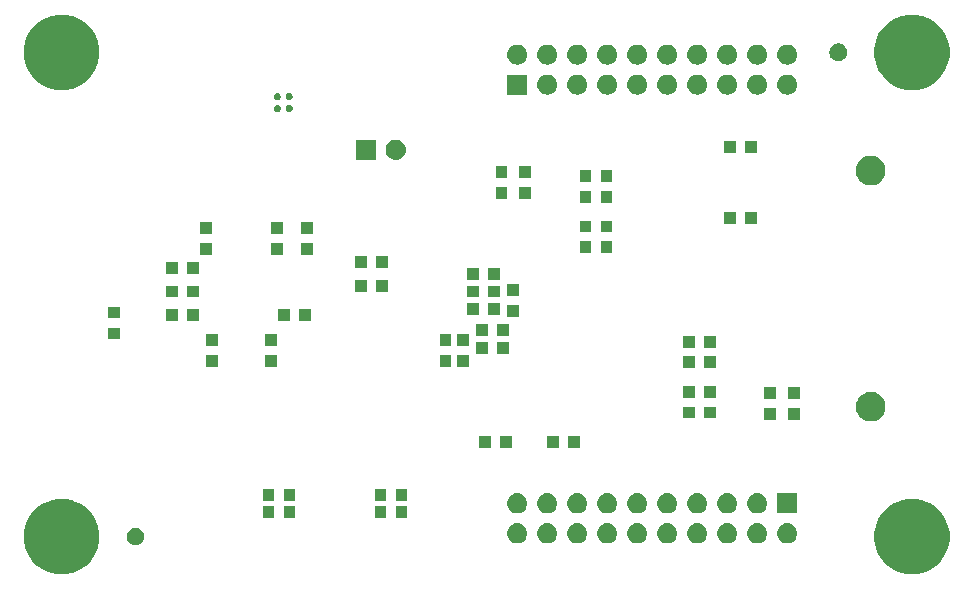
<source format=gbs>
G04 #@! TF.GenerationSoftware,KiCad,Pcbnew,5.0.0-rc3-6a2723a~65~ubuntu18.04.1*
G04 #@! TF.CreationDate,2018-07-21T07:19:33+00:00*
G04 #@! TF.ProjectId,glasgow,676C6173676F772E6B696361645F7063,rev?*
G04 #@! TF.SameCoordinates,Original*
G04 #@! TF.FileFunction,Soldermask,Bot*
G04 #@! TF.FilePolarity,Negative*
%FSLAX46Y46*%
G04 Gerber Fmt 4.6, Leading zero omitted, Abs format (unit mm)*
G04 Created by KiCad (PCBNEW 5.0.0-rc3-6a2723a~65~ubuntu18.04.1) date Sat Jul 21 07:19:33 2018*
%MOMM*%
%LPD*%
G01*
G04 APERTURE LIST*
%ADD10C,0.100000*%
G04 APERTURE END LIST*
D10*
G36*
X126933402Y-112922974D02*
X126933404Y-112922975D01*
X126933405Y-112922975D01*
X126998649Y-112950000D01*
X127515770Y-113164198D01*
X128039880Y-113514397D01*
X128485603Y-113960120D01*
X128835802Y-114484230D01*
X129077026Y-115066598D01*
X129200000Y-115684825D01*
X129200000Y-116315175D01*
X129077026Y-116933402D01*
X128835802Y-117515770D01*
X128485603Y-118039880D01*
X128039880Y-118485603D01*
X127515770Y-118835802D01*
X127515769Y-118835803D01*
X127515768Y-118835803D01*
X126933405Y-119077025D01*
X126933404Y-119077025D01*
X126933402Y-119077026D01*
X126315175Y-119200000D01*
X125684825Y-119200000D01*
X125066598Y-119077026D01*
X125066596Y-119077025D01*
X125066595Y-119077025D01*
X124484232Y-118835803D01*
X124484231Y-118835803D01*
X124484230Y-118835802D01*
X123960120Y-118485603D01*
X123514397Y-118039880D01*
X123164198Y-117515770D01*
X122922974Y-116933402D01*
X122800000Y-116315175D01*
X122800000Y-115684825D01*
X122922974Y-115066598D01*
X123164198Y-114484230D01*
X123514397Y-113960120D01*
X123960120Y-113514397D01*
X124484230Y-113164198D01*
X125001351Y-112950000D01*
X125066595Y-112922975D01*
X125066596Y-112922975D01*
X125066598Y-112922974D01*
X125684825Y-112800000D01*
X126315175Y-112800000D01*
X126933402Y-112922974D01*
X126933402Y-112922974D01*
G37*
G36*
X54933402Y-112922974D02*
X54933404Y-112922975D01*
X54933405Y-112922975D01*
X54998649Y-112950000D01*
X55515770Y-113164198D01*
X56039880Y-113514397D01*
X56485603Y-113960120D01*
X56835802Y-114484230D01*
X57077026Y-115066598D01*
X57200000Y-115684825D01*
X57200000Y-116315175D01*
X57077026Y-116933402D01*
X56835802Y-117515770D01*
X56485603Y-118039880D01*
X56039880Y-118485603D01*
X55515770Y-118835802D01*
X55515769Y-118835803D01*
X55515768Y-118835803D01*
X54933405Y-119077025D01*
X54933404Y-119077025D01*
X54933402Y-119077026D01*
X54315175Y-119200000D01*
X53684825Y-119200000D01*
X53066598Y-119077026D01*
X53066596Y-119077025D01*
X53066595Y-119077025D01*
X52484232Y-118835803D01*
X52484231Y-118835803D01*
X52484230Y-118835802D01*
X51960120Y-118485603D01*
X51514397Y-118039880D01*
X51164198Y-117515770D01*
X50922974Y-116933402D01*
X50800000Y-116315175D01*
X50800000Y-115684825D01*
X50922974Y-115066598D01*
X51164198Y-114484230D01*
X51514397Y-113960120D01*
X51960120Y-113514397D01*
X52484230Y-113164198D01*
X53001351Y-112950000D01*
X53066595Y-112922975D01*
X53066596Y-112922975D01*
X53066598Y-112922974D01*
X53684825Y-112800000D01*
X54315175Y-112800000D01*
X54933402Y-112922974D01*
X54933402Y-112922974D01*
G37*
G36*
X60468763Y-115278821D02*
X60468764Y-115278821D01*
X60468767Y-115278822D01*
X60605258Y-115335359D01*
X60605260Y-115335360D01*
X60728096Y-115417436D01*
X60832563Y-115521903D01*
X60914641Y-115644742D01*
X60971178Y-115781233D01*
X61000000Y-115926131D01*
X61000000Y-116073869D01*
X60971178Y-116218767D01*
X60931245Y-116315172D01*
X60914640Y-116355260D01*
X60832564Y-116478096D01*
X60728096Y-116582564D01*
X60605260Y-116664640D01*
X60605259Y-116664641D01*
X60605258Y-116664641D01*
X60468767Y-116721178D01*
X60468764Y-116721179D01*
X60468763Y-116721179D01*
X60323871Y-116750000D01*
X60176129Y-116750000D01*
X60031237Y-116721179D01*
X60031236Y-116721179D01*
X60031233Y-116721178D01*
X59894742Y-116664641D01*
X59894741Y-116664641D01*
X59894740Y-116664640D01*
X59771904Y-116582564D01*
X59667436Y-116478096D01*
X59585360Y-116355260D01*
X59568755Y-116315172D01*
X59528822Y-116218767D01*
X59500000Y-116073869D01*
X59500000Y-115926131D01*
X59528822Y-115781233D01*
X59585359Y-115644742D01*
X59667437Y-115521903D01*
X59771904Y-115417436D01*
X59894740Y-115335360D01*
X59894742Y-115335359D01*
X60031233Y-115278822D01*
X60031236Y-115278821D01*
X60031237Y-115278821D01*
X60176129Y-115250000D01*
X60323871Y-115250000D01*
X60468763Y-115278821D01*
X60468763Y-115278821D01*
G37*
G36*
X113056629Y-114892299D02*
X113216855Y-114940903D01*
X113364519Y-115019830D01*
X113493948Y-115126052D01*
X113600170Y-115255481D01*
X113679097Y-115403145D01*
X113727701Y-115563371D01*
X113744113Y-115730000D01*
X113727701Y-115896629D01*
X113679097Y-116056855D01*
X113600170Y-116204519D01*
X113493948Y-116333948D01*
X113364519Y-116440170D01*
X113216855Y-116519097D01*
X113056629Y-116567701D01*
X112931756Y-116580000D01*
X112848244Y-116580000D01*
X112723371Y-116567701D01*
X112563145Y-116519097D01*
X112415481Y-116440170D01*
X112286052Y-116333948D01*
X112179830Y-116204519D01*
X112100903Y-116056855D01*
X112052299Y-115896629D01*
X112035887Y-115730000D01*
X112052299Y-115563371D01*
X112100903Y-115403145D01*
X112179830Y-115255481D01*
X112286052Y-115126052D01*
X112415481Y-115019830D01*
X112563145Y-114940903D01*
X112723371Y-114892299D01*
X112848244Y-114880000D01*
X112931756Y-114880000D01*
X113056629Y-114892299D01*
X113056629Y-114892299D01*
G37*
G36*
X115596629Y-114892299D02*
X115756855Y-114940903D01*
X115904519Y-115019830D01*
X116033948Y-115126052D01*
X116140170Y-115255481D01*
X116219097Y-115403145D01*
X116267701Y-115563371D01*
X116284113Y-115730000D01*
X116267701Y-115896629D01*
X116219097Y-116056855D01*
X116140170Y-116204519D01*
X116033948Y-116333948D01*
X115904519Y-116440170D01*
X115756855Y-116519097D01*
X115596629Y-116567701D01*
X115471756Y-116580000D01*
X115388244Y-116580000D01*
X115263371Y-116567701D01*
X115103145Y-116519097D01*
X114955481Y-116440170D01*
X114826052Y-116333948D01*
X114719830Y-116204519D01*
X114640903Y-116056855D01*
X114592299Y-115896629D01*
X114575887Y-115730000D01*
X114592299Y-115563371D01*
X114640903Y-115403145D01*
X114719830Y-115255481D01*
X114826052Y-115126052D01*
X114955481Y-115019830D01*
X115103145Y-114940903D01*
X115263371Y-114892299D01*
X115388244Y-114880000D01*
X115471756Y-114880000D01*
X115596629Y-114892299D01*
X115596629Y-114892299D01*
G37*
G36*
X110516629Y-114892299D02*
X110676855Y-114940903D01*
X110824519Y-115019830D01*
X110953948Y-115126052D01*
X111060170Y-115255481D01*
X111139097Y-115403145D01*
X111187701Y-115563371D01*
X111204113Y-115730000D01*
X111187701Y-115896629D01*
X111139097Y-116056855D01*
X111060170Y-116204519D01*
X110953948Y-116333948D01*
X110824519Y-116440170D01*
X110676855Y-116519097D01*
X110516629Y-116567701D01*
X110391756Y-116580000D01*
X110308244Y-116580000D01*
X110183371Y-116567701D01*
X110023145Y-116519097D01*
X109875481Y-116440170D01*
X109746052Y-116333948D01*
X109639830Y-116204519D01*
X109560903Y-116056855D01*
X109512299Y-115896629D01*
X109495887Y-115730000D01*
X109512299Y-115563371D01*
X109560903Y-115403145D01*
X109639830Y-115255481D01*
X109746052Y-115126052D01*
X109875481Y-115019830D01*
X110023145Y-114940903D01*
X110183371Y-114892299D01*
X110308244Y-114880000D01*
X110391756Y-114880000D01*
X110516629Y-114892299D01*
X110516629Y-114892299D01*
G37*
G36*
X107976629Y-114892299D02*
X108136855Y-114940903D01*
X108284519Y-115019830D01*
X108413948Y-115126052D01*
X108520170Y-115255481D01*
X108599097Y-115403145D01*
X108647701Y-115563371D01*
X108664113Y-115730000D01*
X108647701Y-115896629D01*
X108599097Y-116056855D01*
X108520170Y-116204519D01*
X108413948Y-116333948D01*
X108284519Y-116440170D01*
X108136855Y-116519097D01*
X107976629Y-116567701D01*
X107851756Y-116580000D01*
X107768244Y-116580000D01*
X107643371Y-116567701D01*
X107483145Y-116519097D01*
X107335481Y-116440170D01*
X107206052Y-116333948D01*
X107099830Y-116204519D01*
X107020903Y-116056855D01*
X106972299Y-115896629D01*
X106955887Y-115730000D01*
X106972299Y-115563371D01*
X107020903Y-115403145D01*
X107099830Y-115255481D01*
X107206052Y-115126052D01*
X107335481Y-115019830D01*
X107483145Y-114940903D01*
X107643371Y-114892299D01*
X107768244Y-114880000D01*
X107851756Y-114880000D01*
X107976629Y-114892299D01*
X107976629Y-114892299D01*
G37*
G36*
X105436629Y-114892299D02*
X105596855Y-114940903D01*
X105744519Y-115019830D01*
X105873948Y-115126052D01*
X105980170Y-115255481D01*
X106059097Y-115403145D01*
X106107701Y-115563371D01*
X106124113Y-115730000D01*
X106107701Y-115896629D01*
X106059097Y-116056855D01*
X105980170Y-116204519D01*
X105873948Y-116333948D01*
X105744519Y-116440170D01*
X105596855Y-116519097D01*
X105436629Y-116567701D01*
X105311756Y-116580000D01*
X105228244Y-116580000D01*
X105103371Y-116567701D01*
X104943145Y-116519097D01*
X104795481Y-116440170D01*
X104666052Y-116333948D01*
X104559830Y-116204519D01*
X104480903Y-116056855D01*
X104432299Y-115896629D01*
X104415887Y-115730000D01*
X104432299Y-115563371D01*
X104480903Y-115403145D01*
X104559830Y-115255481D01*
X104666052Y-115126052D01*
X104795481Y-115019830D01*
X104943145Y-114940903D01*
X105103371Y-114892299D01*
X105228244Y-114880000D01*
X105311756Y-114880000D01*
X105436629Y-114892299D01*
X105436629Y-114892299D01*
G37*
G36*
X100356629Y-114892299D02*
X100516855Y-114940903D01*
X100664519Y-115019830D01*
X100793948Y-115126052D01*
X100900170Y-115255481D01*
X100979097Y-115403145D01*
X101027701Y-115563371D01*
X101044113Y-115730000D01*
X101027701Y-115896629D01*
X100979097Y-116056855D01*
X100900170Y-116204519D01*
X100793948Y-116333948D01*
X100664519Y-116440170D01*
X100516855Y-116519097D01*
X100356629Y-116567701D01*
X100231756Y-116580000D01*
X100148244Y-116580000D01*
X100023371Y-116567701D01*
X99863145Y-116519097D01*
X99715481Y-116440170D01*
X99586052Y-116333948D01*
X99479830Y-116204519D01*
X99400903Y-116056855D01*
X99352299Y-115896629D01*
X99335887Y-115730000D01*
X99352299Y-115563371D01*
X99400903Y-115403145D01*
X99479830Y-115255481D01*
X99586052Y-115126052D01*
X99715481Y-115019830D01*
X99863145Y-114940903D01*
X100023371Y-114892299D01*
X100148244Y-114880000D01*
X100231756Y-114880000D01*
X100356629Y-114892299D01*
X100356629Y-114892299D01*
G37*
G36*
X97816629Y-114892299D02*
X97976855Y-114940903D01*
X98124519Y-115019830D01*
X98253948Y-115126052D01*
X98360170Y-115255481D01*
X98439097Y-115403145D01*
X98487701Y-115563371D01*
X98504113Y-115730000D01*
X98487701Y-115896629D01*
X98439097Y-116056855D01*
X98360170Y-116204519D01*
X98253948Y-116333948D01*
X98124519Y-116440170D01*
X97976855Y-116519097D01*
X97816629Y-116567701D01*
X97691756Y-116580000D01*
X97608244Y-116580000D01*
X97483371Y-116567701D01*
X97323145Y-116519097D01*
X97175481Y-116440170D01*
X97046052Y-116333948D01*
X96939830Y-116204519D01*
X96860903Y-116056855D01*
X96812299Y-115896629D01*
X96795887Y-115730000D01*
X96812299Y-115563371D01*
X96860903Y-115403145D01*
X96939830Y-115255481D01*
X97046052Y-115126052D01*
X97175481Y-115019830D01*
X97323145Y-114940903D01*
X97483371Y-114892299D01*
X97608244Y-114880000D01*
X97691756Y-114880000D01*
X97816629Y-114892299D01*
X97816629Y-114892299D01*
G37*
G36*
X95276629Y-114892299D02*
X95436855Y-114940903D01*
X95584519Y-115019830D01*
X95713948Y-115126052D01*
X95820170Y-115255481D01*
X95899097Y-115403145D01*
X95947701Y-115563371D01*
X95964113Y-115730000D01*
X95947701Y-115896629D01*
X95899097Y-116056855D01*
X95820170Y-116204519D01*
X95713948Y-116333948D01*
X95584519Y-116440170D01*
X95436855Y-116519097D01*
X95276629Y-116567701D01*
X95151756Y-116580000D01*
X95068244Y-116580000D01*
X94943371Y-116567701D01*
X94783145Y-116519097D01*
X94635481Y-116440170D01*
X94506052Y-116333948D01*
X94399830Y-116204519D01*
X94320903Y-116056855D01*
X94272299Y-115896629D01*
X94255887Y-115730000D01*
X94272299Y-115563371D01*
X94320903Y-115403145D01*
X94399830Y-115255481D01*
X94506052Y-115126052D01*
X94635481Y-115019830D01*
X94783145Y-114940903D01*
X94943371Y-114892299D01*
X95068244Y-114880000D01*
X95151756Y-114880000D01*
X95276629Y-114892299D01*
X95276629Y-114892299D01*
G37*
G36*
X92736629Y-114892299D02*
X92896855Y-114940903D01*
X93044519Y-115019830D01*
X93173948Y-115126052D01*
X93280170Y-115255481D01*
X93359097Y-115403145D01*
X93407701Y-115563371D01*
X93424113Y-115730000D01*
X93407701Y-115896629D01*
X93359097Y-116056855D01*
X93280170Y-116204519D01*
X93173948Y-116333948D01*
X93044519Y-116440170D01*
X92896855Y-116519097D01*
X92736629Y-116567701D01*
X92611756Y-116580000D01*
X92528244Y-116580000D01*
X92403371Y-116567701D01*
X92243145Y-116519097D01*
X92095481Y-116440170D01*
X91966052Y-116333948D01*
X91859830Y-116204519D01*
X91780903Y-116056855D01*
X91732299Y-115896629D01*
X91715887Y-115730000D01*
X91732299Y-115563371D01*
X91780903Y-115403145D01*
X91859830Y-115255481D01*
X91966052Y-115126052D01*
X92095481Y-115019830D01*
X92243145Y-114940903D01*
X92403371Y-114892299D01*
X92528244Y-114880000D01*
X92611756Y-114880000D01*
X92736629Y-114892299D01*
X92736629Y-114892299D01*
G37*
G36*
X102896629Y-114892299D02*
X103056855Y-114940903D01*
X103204519Y-115019830D01*
X103333948Y-115126052D01*
X103440170Y-115255481D01*
X103519097Y-115403145D01*
X103567701Y-115563371D01*
X103584113Y-115730000D01*
X103567701Y-115896629D01*
X103519097Y-116056855D01*
X103440170Y-116204519D01*
X103333948Y-116333948D01*
X103204519Y-116440170D01*
X103056855Y-116519097D01*
X102896629Y-116567701D01*
X102771756Y-116580000D01*
X102688244Y-116580000D01*
X102563371Y-116567701D01*
X102403145Y-116519097D01*
X102255481Y-116440170D01*
X102126052Y-116333948D01*
X102019830Y-116204519D01*
X101940903Y-116056855D01*
X101892299Y-115896629D01*
X101875887Y-115730000D01*
X101892299Y-115563371D01*
X101940903Y-115403145D01*
X102019830Y-115255481D01*
X102126052Y-115126052D01*
X102255481Y-115019830D01*
X102403145Y-114940903D01*
X102563371Y-114892299D01*
X102688244Y-114880000D01*
X102771756Y-114880000D01*
X102896629Y-114892299D01*
X102896629Y-114892299D01*
G37*
G36*
X72010000Y-114450000D02*
X71015000Y-114450000D01*
X71015000Y-113450000D01*
X72010000Y-113450000D01*
X72010000Y-114450000D01*
X72010000Y-114450000D01*
G37*
G36*
X73785000Y-114450000D02*
X72790000Y-114450000D01*
X72790000Y-113450000D01*
X73785000Y-113450000D01*
X73785000Y-114450000D01*
X73785000Y-114450000D01*
G37*
G36*
X81510000Y-114450000D02*
X80515000Y-114450000D01*
X80515000Y-113450000D01*
X81510000Y-113450000D01*
X81510000Y-114450000D01*
X81510000Y-114450000D01*
G37*
G36*
X83285000Y-114450000D02*
X82290000Y-114450000D01*
X82290000Y-113450000D01*
X83285000Y-113450000D01*
X83285000Y-114450000D01*
X83285000Y-114450000D01*
G37*
G36*
X105436629Y-112352299D02*
X105596855Y-112400903D01*
X105744519Y-112479830D01*
X105873948Y-112586052D01*
X105980170Y-112715481D01*
X106059097Y-112863145D01*
X106107701Y-113023371D01*
X106124113Y-113190000D01*
X106107701Y-113356629D01*
X106059097Y-113516855D01*
X105980170Y-113664519D01*
X105873948Y-113793948D01*
X105744519Y-113900170D01*
X105596855Y-113979097D01*
X105436629Y-114027701D01*
X105311756Y-114040000D01*
X105228244Y-114040000D01*
X105103371Y-114027701D01*
X104943145Y-113979097D01*
X104795481Y-113900170D01*
X104666052Y-113793948D01*
X104559830Y-113664519D01*
X104480903Y-113516855D01*
X104432299Y-113356629D01*
X104415887Y-113190000D01*
X104432299Y-113023371D01*
X104480903Y-112863145D01*
X104559830Y-112715481D01*
X104666052Y-112586052D01*
X104795481Y-112479830D01*
X104943145Y-112400903D01*
X105103371Y-112352299D01*
X105228244Y-112340000D01*
X105311756Y-112340000D01*
X105436629Y-112352299D01*
X105436629Y-112352299D01*
G37*
G36*
X116280000Y-114040000D02*
X114580000Y-114040000D01*
X114580000Y-112340000D01*
X116280000Y-112340000D01*
X116280000Y-114040000D01*
X116280000Y-114040000D01*
G37*
G36*
X113056629Y-112352299D02*
X113216855Y-112400903D01*
X113364519Y-112479830D01*
X113493948Y-112586052D01*
X113600170Y-112715481D01*
X113679097Y-112863145D01*
X113727701Y-113023371D01*
X113744113Y-113190000D01*
X113727701Y-113356629D01*
X113679097Y-113516855D01*
X113600170Y-113664519D01*
X113493948Y-113793948D01*
X113364519Y-113900170D01*
X113216855Y-113979097D01*
X113056629Y-114027701D01*
X112931756Y-114040000D01*
X112848244Y-114040000D01*
X112723371Y-114027701D01*
X112563145Y-113979097D01*
X112415481Y-113900170D01*
X112286052Y-113793948D01*
X112179830Y-113664519D01*
X112100903Y-113516855D01*
X112052299Y-113356629D01*
X112035887Y-113190000D01*
X112052299Y-113023371D01*
X112100903Y-112863145D01*
X112179830Y-112715481D01*
X112286052Y-112586052D01*
X112415481Y-112479830D01*
X112563145Y-112400903D01*
X112723371Y-112352299D01*
X112848244Y-112340000D01*
X112931756Y-112340000D01*
X113056629Y-112352299D01*
X113056629Y-112352299D01*
G37*
G36*
X110516629Y-112352299D02*
X110676855Y-112400903D01*
X110824519Y-112479830D01*
X110953948Y-112586052D01*
X111060170Y-112715481D01*
X111139097Y-112863145D01*
X111187701Y-113023371D01*
X111204113Y-113190000D01*
X111187701Y-113356629D01*
X111139097Y-113516855D01*
X111060170Y-113664519D01*
X110953948Y-113793948D01*
X110824519Y-113900170D01*
X110676855Y-113979097D01*
X110516629Y-114027701D01*
X110391756Y-114040000D01*
X110308244Y-114040000D01*
X110183371Y-114027701D01*
X110023145Y-113979097D01*
X109875481Y-113900170D01*
X109746052Y-113793948D01*
X109639830Y-113664519D01*
X109560903Y-113516855D01*
X109512299Y-113356629D01*
X109495887Y-113190000D01*
X109512299Y-113023371D01*
X109560903Y-112863145D01*
X109639830Y-112715481D01*
X109746052Y-112586052D01*
X109875481Y-112479830D01*
X110023145Y-112400903D01*
X110183371Y-112352299D01*
X110308244Y-112340000D01*
X110391756Y-112340000D01*
X110516629Y-112352299D01*
X110516629Y-112352299D01*
G37*
G36*
X107976629Y-112352299D02*
X108136855Y-112400903D01*
X108284519Y-112479830D01*
X108413948Y-112586052D01*
X108520170Y-112715481D01*
X108599097Y-112863145D01*
X108647701Y-113023371D01*
X108664113Y-113190000D01*
X108647701Y-113356629D01*
X108599097Y-113516855D01*
X108520170Y-113664519D01*
X108413948Y-113793948D01*
X108284519Y-113900170D01*
X108136855Y-113979097D01*
X107976629Y-114027701D01*
X107851756Y-114040000D01*
X107768244Y-114040000D01*
X107643371Y-114027701D01*
X107483145Y-113979097D01*
X107335481Y-113900170D01*
X107206052Y-113793948D01*
X107099830Y-113664519D01*
X107020903Y-113516855D01*
X106972299Y-113356629D01*
X106955887Y-113190000D01*
X106972299Y-113023371D01*
X107020903Y-112863145D01*
X107099830Y-112715481D01*
X107206052Y-112586052D01*
X107335481Y-112479830D01*
X107483145Y-112400903D01*
X107643371Y-112352299D01*
X107768244Y-112340000D01*
X107851756Y-112340000D01*
X107976629Y-112352299D01*
X107976629Y-112352299D01*
G37*
G36*
X92736629Y-112352299D02*
X92896855Y-112400903D01*
X93044519Y-112479830D01*
X93173948Y-112586052D01*
X93280170Y-112715481D01*
X93359097Y-112863145D01*
X93407701Y-113023371D01*
X93424113Y-113190000D01*
X93407701Y-113356629D01*
X93359097Y-113516855D01*
X93280170Y-113664519D01*
X93173948Y-113793948D01*
X93044519Y-113900170D01*
X92896855Y-113979097D01*
X92736629Y-114027701D01*
X92611756Y-114040000D01*
X92528244Y-114040000D01*
X92403371Y-114027701D01*
X92243145Y-113979097D01*
X92095481Y-113900170D01*
X91966052Y-113793948D01*
X91859830Y-113664519D01*
X91780903Y-113516855D01*
X91732299Y-113356629D01*
X91715887Y-113190000D01*
X91732299Y-113023371D01*
X91780903Y-112863145D01*
X91859830Y-112715481D01*
X91966052Y-112586052D01*
X92095481Y-112479830D01*
X92243145Y-112400903D01*
X92403371Y-112352299D01*
X92528244Y-112340000D01*
X92611756Y-112340000D01*
X92736629Y-112352299D01*
X92736629Y-112352299D01*
G37*
G36*
X102896629Y-112352299D02*
X103056855Y-112400903D01*
X103204519Y-112479830D01*
X103333948Y-112586052D01*
X103440170Y-112715481D01*
X103519097Y-112863145D01*
X103567701Y-113023371D01*
X103584113Y-113190000D01*
X103567701Y-113356629D01*
X103519097Y-113516855D01*
X103440170Y-113664519D01*
X103333948Y-113793948D01*
X103204519Y-113900170D01*
X103056855Y-113979097D01*
X102896629Y-114027701D01*
X102771756Y-114040000D01*
X102688244Y-114040000D01*
X102563371Y-114027701D01*
X102403145Y-113979097D01*
X102255481Y-113900170D01*
X102126052Y-113793948D01*
X102019830Y-113664519D01*
X101940903Y-113516855D01*
X101892299Y-113356629D01*
X101875887Y-113190000D01*
X101892299Y-113023371D01*
X101940903Y-112863145D01*
X102019830Y-112715481D01*
X102126052Y-112586052D01*
X102255481Y-112479830D01*
X102403145Y-112400903D01*
X102563371Y-112352299D01*
X102688244Y-112340000D01*
X102771756Y-112340000D01*
X102896629Y-112352299D01*
X102896629Y-112352299D01*
G37*
G36*
X95276629Y-112352299D02*
X95436855Y-112400903D01*
X95584519Y-112479830D01*
X95713948Y-112586052D01*
X95820170Y-112715481D01*
X95899097Y-112863145D01*
X95947701Y-113023371D01*
X95964113Y-113190000D01*
X95947701Y-113356629D01*
X95899097Y-113516855D01*
X95820170Y-113664519D01*
X95713948Y-113793948D01*
X95584519Y-113900170D01*
X95436855Y-113979097D01*
X95276629Y-114027701D01*
X95151756Y-114040000D01*
X95068244Y-114040000D01*
X94943371Y-114027701D01*
X94783145Y-113979097D01*
X94635481Y-113900170D01*
X94506052Y-113793948D01*
X94399830Y-113664519D01*
X94320903Y-113516855D01*
X94272299Y-113356629D01*
X94255887Y-113190000D01*
X94272299Y-113023371D01*
X94320903Y-112863145D01*
X94399830Y-112715481D01*
X94506052Y-112586052D01*
X94635481Y-112479830D01*
X94783145Y-112400903D01*
X94943371Y-112352299D01*
X95068244Y-112340000D01*
X95151756Y-112340000D01*
X95276629Y-112352299D01*
X95276629Y-112352299D01*
G37*
G36*
X100356629Y-112352299D02*
X100516855Y-112400903D01*
X100664519Y-112479830D01*
X100793948Y-112586052D01*
X100900170Y-112715481D01*
X100979097Y-112863145D01*
X101027701Y-113023371D01*
X101044113Y-113190000D01*
X101027701Y-113356629D01*
X100979097Y-113516855D01*
X100900170Y-113664519D01*
X100793948Y-113793948D01*
X100664519Y-113900170D01*
X100516855Y-113979097D01*
X100356629Y-114027701D01*
X100231756Y-114040000D01*
X100148244Y-114040000D01*
X100023371Y-114027701D01*
X99863145Y-113979097D01*
X99715481Y-113900170D01*
X99586052Y-113793948D01*
X99479830Y-113664519D01*
X99400903Y-113516855D01*
X99352299Y-113356629D01*
X99335887Y-113190000D01*
X99352299Y-113023371D01*
X99400903Y-112863145D01*
X99479830Y-112715481D01*
X99586052Y-112586052D01*
X99715481Y-112479830D01*
X99863145Y-112400903D01*
X100023371Y-112352299D01*
X100148244Y-112340000D01*
X100231756Y-112340000D01*
X100356629Y-112352299D01*
X100356629Y-112352299D01*
G37*
G36*
X97816629Y-112352299D02*
X97976855Y-112400903D01*
X98124519Y-112479830D01*
X98253948Y-112586052D01*
X98360170Y-112715481D01*
X98439097Y-112863145D01*
X98487701Y-113023371D01*
X98504113Y-113190000D01*
X98487701Y-113356629D01*
X98439097Y-113516855D01*
X98360170Y-113664519D01*
X98253948Y-113793948D01*
X98124519Y-113900170D01*
X97976855Y-113979097D01*
X97816629Y-114027701D01*
X97691756Y-114040000D01*
X97608244Y-114040000D01*
X97483371Y-114027701D01*
X97323145Y-113979097D01*
X97175481Y-113900170D01*
X97046052Y-113793948D01*
X96939830Y-113664519D01*
X96860903Y-113516855D01*
X96812299Y-113356629D01*
X96795887Y-113190000D01*
X96812299Y-113023371D01*
X96860903Y-112863145D01*
X96939830Y-112715481D01*
X97046052Y-112586052D01*
X97175481Y-112479830D01*
X97323145Y-112400903D01*
X97483371Y-112352299D01*
X97608244Y-112340000D01*
X97691756Y-112340000D01*
X97816629Y-112352299D01*
X97816629Y-112352299D01*
G37*
G36*
X72010000Y-112950000D02*
X71015000Y-112950000D01*
X71015000Y-111950000D01*
X72010000Y-111950000D01*
X72010000Y-112950000D01*
X72010000Y-112950000D01*
G37*
G36*
X73785000Y-112950000D02*
X72790000Y-112950000D01*
X72790000Y-111950000D01*
X73785000Y-111950000D01*
X73785000Y-112950000D01*
X73785000Y-112950000D01*
G37*
G36*
X81510000Y-112950000D02*
X80515000Y-112950000D01*
X80515000Y-111950000D01*
X81510000Y-111950000D01*
X81510000Y-112950000D01*
X81510000Y-112950000D01*
G37*
G36*
X83285000Y-112950000D02*
X82290000Y-112950000D01*
X82290000Y-111950000D01*
X83285000Y-111950000D01*
X83285000Y-112950000D01*
X83285000Y-112950000D01*
G37*
G36*
X96110000Y-108500000D02*
X95115000Y-108500000D01*
X95115000Y-107500000D01*
X96110000Y-107500000D01*
X96110000Y-108500000D01*
X96110000Y-108500000D01*
G37*
G36*
X97885000Y-108500000D02*
X96890000Y-108500000D01*
X96890000Y-107500000D01*
X97885000Y-107500000D01*
X97885000Y-108500000D01*
X97885000Y-108500000D01*
G37*
G36*
X92135000Y-108500000D02*
X91140000Y-108500000D01*
X91140000Y-107500000D01*
X92135000Y-107500000D01*
X92135000Y-108500000D01*
X92135000Y-108500000D01*
G37*
G36*
X90360000Y-108500000D02*
X89365000Y-108500000D01*
X89365000Y-107500000D01*
X90360000Y-107500000D01*
X90360000Y-108500000D01*
X90360000Y-108500000D01*
G37*
G36*
X122864608Y-103798036D02*
X122864610Y-103798037D01*
X122864611Y-103798037D01*
X123092097Y-103892265D01*
X123092099Y-103892266D01*
X123296827Y-104029061D01*
X123470939Y-104203173D01*
X123607734Y-104407901D01*
X123701964Y-104635392D01*
X123750000Y-104876884D01*
X123750000Y-105123116D01*
X123701964Y-105364608D01*
X123607734Y-105592099D01*
X123470939Y-105796827D01*
X123296827Y-105970939D01*
X123092099Y-106107734D01*
X123092098Y-106107735D01*
X123092097Y-106107735D01*
X122864611Y-106201963D01*
X122864610Y-106201963D01*
X122864608Y-106201964D01*
X122623116Y-106250000D01*
X122376884Y-106250000D01*
X122135392Y-106201964D01*
X122135390Y-106201963D01*
X122135389Y-106201963D01*
X121907903Y-106107735D01*
X121907902Y-106107735D01*
X121907901Y-106107734D01*
X121703173Y-105970939D01*
X121529061Y-105796827D01*
X121392266Y-105592099D01*
X121298036Y-105364608D01*
X121250000Y-105123116D01*
X121250000Y-104876884D01*
X121298036Y-104635392D01*
X121392266Y-104407901D01*
X121529061Y-104203173D01*
X121703173Y-104029061D01*
X121907901Y-103892266D01*
X121907903Y-103892265D01*
X122135389Y-103798037D01*
X122135390Y-103798037D01*
X122135392Y-103798036D01*
X122376884Y-103750000D01*
X122623116Y-103750000D01*
X122864608Y-103798036D01*
X122864608Y-103798036D01*
G37*
G36*
X116500000Y-106135000D02*
X115500000Y-106135000D01*
X115500000Y-105140000D01*
X116500000Y-105140000D01*
X116500000Y-106135000D01*
X116500000Y-106135000D01*
G37*
G36*
X114500000Y-106135000D02*
X113500000Y-106135000D01*
X113500000Y-105140000D01*
X114500000Y-105140000D01*
X114500000Y-106135000D01*
X114500000Y-106135000D01*
G37*
G36*
X107610000Y-106000000D02*
X106615000Y-106000000D01*
X106615000Y-105000000D01*
X107610000Y-105000000D01*
X107610000Y-106000000D01*
X107610000Y-106000000D01*
G37*
G36*
X109385000Y-106000000D02*
X108390000Y-106000000D01*
X108390000Y-105000000D01*
X109385000Y-105000000D01*
X109385000Y-106000000D01*
X109385000Y-106000000D01*
G37*
G36*
X116500000Y-104360000D02*
X115500000Y-104360000D01*
X115500000Y-103365000D01*
X116500000Y-103365000D01*
X116500000Y-104360000D01*
X116500000Y-104360000D01*
G37*
G36*
X114500000Y-104360000D02*
X113500000Y-104360000D01*
X113500000Y-103365000D01*
X114500000Y-103365000D01*
X114500000Y-104360000D01*
X114500000Y-104360000D01*
G37*
G36*
X109385000Y-104250000D02*
X108390000Y-104250000D01*
X108390000Y-103250000D01*
X109385000Y-103250000D01*
X109385000Y-104250000D01*
X109385000Y-104250000D01*
G37*
G36*
X107610000Y-104250000D02*
X106615000Y-104250000D01*
X106615000Y-103250000D01*
X107610000Y-103250000D01*
X107610000Y-104250000D01*
X107610000Y-104250000D01*
G37*
G36*
X109385000Y-101750000D02*
X108390000Y-101750000D01*
X108390000Y-100750000D01*
X109385000Y-100750000D01*
X109385000Y-101750000D01*
X109385000Y-101750000D01*
G37*
G36*
X107610000Y-101750000D02*
X106615000Y-101750000D01*
X106615000Y-100750000D01*
X107610000Y-100750000D01*
X107610000Y-101750000D01*
X107610000Y-101750000D01*
G37*
G36*
X87000000Y-101635000D02*
X86000000Y-101635000D01*
X86000000Y-100640000D01*
X87000000Y-100640000D01*
X87000000Y-101635000D01*
X87000000Y-101635000D01*
G37*
G36*
X88500000Y-101635000D02*
X87500000Y-101635000D01*
X87500000Y-100640000D01*
X88500000Y-100640000D01*
X88500000Y-101635000D01*
X88500000Y-101635000D01*
G37*
G36*
X67250000Y-101635000D02*
X66250000Y-101635000D01*
X66250000Y-100640000D01*
X67250000Y-100640000D01*
X67250000Y-101635000D01*
X67250000Y-101635000D01*
G37*
G36*
X72250000Y-101635000D02*
X71250000Y-101635000D01*
X71250000Y-100640000D01*
X72250000Y-100640000D01*
X72250000Y-101635000D01*
X72250000Y-101635000D01*
G37*
G36*
X91885000Y-100500000D02*
X90890000Y-100500000D01*
X90890000Y-99500000D01*
X91885000Y-99500000D01*
X91885000Y-100500000D01*
X91885000Y-100500000D01*
G37*
G36*
X90110000Y-100500000D02*
X89115000Y-100500000D01*
X89115000Y-99500000D01*
X90110000Y-99500000D01*
X90110000Y-100500000D01*
X90110000Y-100500000D01*
G37*
G36*
X107610000Y-100000000D02*
X106615000Y-100000000D01*
X106615000Y-99000000D01*
X107610000Y-99000000D01*
X107610000Y-100000000D01*
X107610000Y-100000000D01*
G37*
G36*
X109385000Y-100000000D02*
X108390000Y-100000000D01*
X108390000Y-99000000D01*
X109385000Y-99000000D01*
X109385000Y-100000000D01*
X109385000Y-100000000D01*
G37*
G36*
X72250000Y-99860000D02*
X71250000Y-99860000D01*
X71250000Y-98865000D01*
X72250000Y-98865000D01*
X72250000Y-99860000D01*
X72250000Y-99860000D01*
G37*
G36*
X88500000Y-99860000D02*
X87500000Y-99860000D01*
X87500000Y-98865000D01*
X88500000Y-98865000D01*
X88500000Y-99860000D01*
X88500000Y-99860000D01*
G37*
G36*
X87000000Y-99860000D02*
X86000000Y-99860000D01*
X86000000Y-98865000D01*
X87000000Y-98865000D01*
X87000000Y-99860000D01*
X87000000Y-99860000D01*
G37*
G36*
X67250000Y-99860000D02*
X66250000Y-99860000D01*
X66250000Y-98865000D01*
X67250000Y-98865000D01*
X67250000Y-99860000D01*
X67250000Y-99860000D01*
G37*
G36*
X58950000Y-99310000D02*
X57950000Y-99310000D01*
X57950000Y-98315000D01*
X58950000Y-98315000D01*
X58950000Y-99310000D01*
X58950000Y-99310000D01*
G37*
G36*
X91885000Y-99000000D02*
X90890000Y-99000000D01*
X90890000Y-98000000D01*
X91885000Y-98000000D01*
X91885000Y-99000000D01*
X91885000Y-99000000D01*
G37*
G36*
X90110000Y-99000000D02*
X89115000Y-99000000D01*
X89115000Y-98000000D01*
X90110000Y-98000000D01*
X90110000Y-99000000D01*
X90110000Y-99000000D01*
G37*
G36*
X75135000Y-97750000D02*
X74140000Y-97750000D01*
X74140000Y-96750000D01*
X75135000Y-96750000D01*
X75135000Y-97750000D01*
X75135000Y-97750000D01*
G37*
G36*
X63860000Y-97750000D02*
X62865000Y-97750000D01*
X62865000Y-96750000D01*
X63860000Y-96750000D01*
X63860000Y-97750000D01*
X63860000Y-97750000D01*
G37*
G36*
X65635000Y-97750000D02*
X64640000Y-97750000D01*
X64640000Y-96750000D01*
X65635000Y-96750000D01*
X65635000Y-97750000D01*
X65635000Y-97750000D01*
G37*
G36*
X73360000Y-97750000D02*
X72365000Y-97750000D01*
X72365000Y-96750000D01*
X73360000Y-96750000D01*
X73360000Y-97750000D01*
X73360000Y-97750000D01*
G37*
G36*
X58950000Y-97535000D02*
X57950000Y-97535000D01*
X57950000Y-96540000D01*
X58950000Y-96540000D01*
X58950000Y-97535000D01*
X58950000Y-97535000D01*
G37*
G36*
X92750000Y-97385000D02*
X91750000Y-97385000D01*
X91750000Y-96390000D01*
X92750000Y-96390000D01*
X92750000Y-97385000D01*
X92750000Y-97385000D01*
G37*
G36*
X91135000Y-97250000D02*
X90140000Y-97250000D01*
X90140000Y-96250000D01*
X91135000Y-96250000D01*
X91135000Y-97250000D01*
X91135000Y-97250000D01*
G37*
G36*
X89360000Y-97250000D02*
X88365000Y-97250000D01*
X88365000Y-96250000D01*
X89360000Y-96250000D01*
X89360000Y-97250000D01*
X89360000Y-97250000D01*
G37*
G36*
X89360000Y-95750000D02*
X88365000Y-95750000D01*
X88365000Y-94750000D01*
X89360000Y-94750000D01*
X89360000Y-95750000D01*
X89360000Y-95750000D01*
G37*
G36*
X63860000Y-95750000D02*
X62865000Y-95750000D01*
X62865000Y-94750000D01*
X63860000Y-94750000D01*
X63860000Y-95750000D01*
X63860000Y-95750000D01*
G37*
G36*
X91135000Y-95750000D02*
X90140000Y-95750000D01*
X90140000Y-94750000D01*
X91135000Y-94750000D01*
X91135000Y-95750000D01*
X91135000Y-95750000D01*
G37*
G36*
X65635000Y-95750000D02*
X64640000Y-95750000D01*
X64640000Y-94750000D01*
X65635000Y-94750000D01*
X65635000Y-95750000D01*
X65635000Y-95750000D01*
G37*
G36*
X92750000Y-95610000D02*
X91750000Y-95610000D01*
X91750000Y-94615000D01*
X92750000Y-94615000D01*
X92750000Y-95610000D01*
X92750000Y-95610000D01*
G37*
G36*
X79860000Y-95250000D02*
X78865000Y-95250000D01*
X78865000Y-94250000D01*
X79860000Y-94250000D01*
X79860000Y-95250000D01*
X79860000Y-95250000D01*
G37*
G36*
X81635000Y-95250000D02*
X80640000Y-95250000D01*
X80640000Y-94250000D01*
X81635000Y-94250000D01*
X81635000Y-95250000D01*
X81635000Y-95250000D01*
G37*
G36*
X89360000Y-94250000D02*
X88365000Y-94250000D01*
X88365000Y-93250000D01*
X89360000Y-93250000D01*
X89360000Y-94250000D01*
X89360000Y-94250000D01*
G37*
G36*
X91135000Y-94250000D02*
X90140000Y-94250000D01*
X90140000Y-93250000D01*
X91135000Y-93250000D01*
X91135000Y-94250000D01*
X91135000Y-94250000D01*
G37*
G36*
X63860000Y-93750000D02*
X62865000Y-93750000D01*
X62865000Y-92750000D01*
X63860000Y-92750000D01*
X63860000Y-93750000D01*
X63860000Y-93750000D01*
G37*
G36*
X65635000Y-93750000D02*
X64640000Y-93750000D01*
X64640000Y-92750000D01*
X65635000Y-92750000D01*
X65635000Y-93750000D01*
X65635000Y-93750000D01*
G37*
G36*
X79860000Y-93250000D02*
X78865000Y-93250000D01*
X78865000Y-92250000D01*
X79860000Y-92250000D01*
X79860000Y-93250000D01*
X79860000Y-93250000D01*
G37*
G36*
X81635000Y-93250000D02*
X80640000Y-93250000D01*
X80640000Y-92250000D01*
X81635000Y-92250000D01*
X81635000Y-93250000D01*
X81635000Y-93250000D01*
G37*
G36*
X75250000Y-92135000D02*
X74250000Y-92135000D01*
X74250000Y-91140000D01*
X75250000Y-91140000D01*
X75250000Y-92135000D01*
X75250000Y-92135000D01*
G37*
G36*
X72750000Y-92135000D02*
X71750000Y-92135000D01*
X71750000Y-91140000D01*
X72750000Y-91140000D01*
X72750000Y-92135000D01*
X72750000Y-92135000D01*
G37*
G36*
X66750000Y-92135000D02*
X65750000Y-92135000D01*
X65750000Y-91140000D01*
X66750000Y-91140000D01*
X66750000Y-92135000D01*
X66750000Y-92135000D01*
G37*
G36*
X98860000Y-92000000D02*
X97865000Y-92000000D01*
X97865000Y-91000000D01*
X98860000Y-91000000D01*
X98860000Y-92000000D01*
X98860000Y-92000000D01*
G37*
G36*
X100635000Y-92000000D02*
X99640000Y-92000000D01*
X99640000Y-91000000D01*
X100635000Y-91000000D01*
X100635000Y-92000000D01*
X100635000Y-92000000D01*
G37*
G36*
X75250000Y-90360000D02*
X74250000Y-90360000D01*
X74250000Y-89365000D01*
X75250000Y-89365000D01*
X75250000Y-90360000D01*
X75250000Y-90360000D01*
G37*
G36*
X66750000Y-90360000D02*
X65750000Y-90360000D01*
X65750000Y-89365000D01*
X66750000Y-89365000D01*
X66750000Y-90360000D01*
X66750000Y-90360000D01*
G37*
G36*
X72750000Y-90360000D02*
X71750000Y-90360000D01*
X71750000Y-89365000D01*
X72750000Y-89365000D01*
X72750000Y-90360000D01*
X72750000Y-90360000D01*
G37*
G36*
X100635000Y-90250000D02*
X99640000Y-90250000D01*
X99640000Y-89250000D01*
X100635000Y-89250000D01*
X100635000Y-90250000D01*
X100635000Y-90250000D01*
G37*
G36*
X98860000Y-90250000D02*
X97865000Y-90250000D01*
X97865000Y-89250000D01*
X98860000Y-89250000D01*
X98860000Y-90250000D01*
X98860000Y-90250000D01*
G37*
G36*
X112885000Y-89500000D02*
X111890000Y-89500000D01*
X111890000Y-88500000D01*
X112885000Y-88500000D01*
X112885000Y-89500000D01*
X112885000Y-89500000D01*
G37*
G36*
X111110000Y-89500000D02*
X110115000Y-89500000D01*
X110115000Y-88500000D01*
X111110000Y-88500000D01*
X111110000Y-89500000D01*
X111110000Y-89500000D01*
G37*
G36*
X98860000Y-87750000D02*
X97865000Y-87750000D01*
X97865000Y-86750000D01*
X98860000Y-86750000D01*
X98860000Y-87750000D01*
X98860000Y-87750000D01*
G37*
G36*
X100635000Y-87750000D02*
X99640000Y-87750000D01*
X99640000Y-86750000D01*
X100635000Y-86750000D01*
X100635000Y-87750000D01*
X100635000Y-87750000D01*
G37*
G36*
X93750000Y-87385000D02*
X92750000Y-87385000D01*
X92750000Y-86390000D01*
X93750000Y-86390000D01*
X93750000Y-87385000D01*
X93750000Y-87385000D01*
G37*
G36*
X91750000Y-87385000D02*
X90750000Y-87385000D01*
X90750000Y-86390000D01*
X91750000Y-86390000D01*
X91750000Y-87385000D01*
X91750000Y-87385000D01*
G37*
G36*
X122864608Y-83798036D02*
X122864610Y-83798037D01*
X122864611Y-83798037D01*
X123092097Y-83892265D01*
X123092099Y-83892266D01*
X123193721Y-83960168D01*
X123296828Y-84029062D01*
X123470938Y-84203172D01*
X123607735Y-84407903D01*
X123693518Y-84615000D01*
X123701964Y-84635392D01*
X123750000Y-84876884D01*
X123750000Y-85123116D01*
X123701964Y-85364608D01*
X123607734Y-85592099D01*
X123470939Y-85796827D01*
X123296827Y-85970939D01*
X123092099Y-86107734D01*
X123092098Y-86107735D01*
X123092097Y-86107735D01*
X122864611Y-86201963D01*
X122864610Y-86201963D01*
X122864608Y-86201964D01*
X122623116Y-86250000D01*
X122376884Y-86250000D01*
X122135392Y-86201964D01*
X122135390Y-86201963D01*
X122135389Y-86201963D01*
X121907903Y-86107735D01*
X121907902Y-86107735D01*
X121907901Y-86107734D01*
X121703173Y-85970939D01*
X121529061Y-85796827D01*
X121392266Y-85592099D01*
X121298036Y-85364608D01*
X121250000Y-85123116D01*
X121250000Y-84876884D01*
X121298036Y-84635392D01*
X121306483Y-84615000D01*
X121392265Y-84407903D01*
X121529062Y-84203172D01*
X121703172Y-84029062D01*
X121806279Y-83960168D01*
X121907901Y-83892266D01*
X121907903Y-83892265D01*
X122135389Y-83798037D01*
X122135390Y-83798037D01*
X122135392Y-83798036D01*
X122376884Y-83750000D01*
X122623116Y-83750000D01*
X122864608Y-83798036D01*
X122864608Y-83798036D01*
G37*
G36*
X100635000Y-85950000D02*
X99640000Y-85950000D01*
X99640000Y-84950000D01*
X100635000Y-84950000D01*
X100635000Y-85950000D01*
X100635000Y-85950000D01*
G37*
G36*
X98860000Y-85950000D02*
X97865000Y-85950000D01*
X97865000Y-84950000D01*
X98860000Y-84950000D01*
X98860000Y-85950000D01*
X98860000Y-85950000D01*
G37*
G36*
X91750000Y-85610000D02*
X90750000Y-85610000D01*
X90750000Y-84615000D01*
X91750000Y-84615000D01*
X91750000Y-85610000D01*
X91750000Y-85610000D01*
G37*
G36*
X93750000Y-85610000D02*
X92750000Y-85610000D01*
X92750000Y-84615000D01*
X93750000Y-84615000D01*
X93750000Y-85610000D01*
X93750000Y-85610000D01*
G37*
G36*
X80600000Y-84100000D02*
X78900000Y-84100000D01*
X78900000Y-82400000D01*
X80600000Y-82400000D01*
X80600000Y-84100000D01*
X80600000Y-84100000D01*
G37*
G36*
X82456629Y-82412299D02*
X82616855Y-82460903D01*
X82764519Y-82539830D01*
X82893948Y-82646052D01*
X83000170Y-82775481D01*
X83079097Y-82923145D01*
X83127701Y-83083371D01*
X83144113Y-83250000D01*
X83127701Y-83416629D01*
X83079097Y-83576855D01*
X83000170Y-83724519D01*
X82893948Y-83853948D01*
X82764519Y-83960170D01*
X82616855Y-84039097D01*
X82456629Y-84087701D01*
X82331756Y-84100000D01*
X82248244Y-84100000D01*
X82123371Y-84087701D01*
X81963145Y-84039097D01*
X81815481Y-83960170D01*
X81686052Y-83853948D01*
X81579830Y-83724519D01*
X81500903Y-83576855D01*
X81452299Y-83416629D01*
X81435887Y-83250000D01*
X81452299Y-83083371D01*
X81500903Y-82923145D01*
X81579830Y-82775481D01*
X81686052Y-82646052D01*
X81815481Y-82539830D01*
X81963145Y-82460903D01*
X82123371Y-82412299D01*
X82248244Y-82400000D01*
X82331756Y-82400000D01*
X82456629Y-82412299D01*
X82456629Y-82412299D01*
G37*
G36*
X111110000Y-83500000D02*
X110115000Y-83500000D01*
X110115000Y-82500000D01*
X111110000Y-82500000D01*
X111110000Y-83500000D01*
X111110000Y-83500000D01*
G37*
G36*
X112885000Y-83500000D02*
X111890000Y-83500000D01*
X111890000Y-82500000D01*
X112885000Y-82500000D01*
X112885000Y-83500000D01*
X112885000Y-83500000D01*
G37*
G36*
X73320968Y-79454941D02*
X73354088Y-79461528D01*
X73408684Y-79484143D01*
X73457820Y-79516974D01*
X73499607Y-79558761D01*
X73532438Y-79607897D01*
X73555053Y-79662493D01*
X73561640Y-79695613D01*
X73566581Y-79720450D01*
X73566581Y-79779550D01*
X73561640Y-79804387D01*
X73555053Y-79837507D01*
X73532438Y-79892103D01*
X73499607Y-79941239D01*
X73457820Y-79983026D01*
X73408684Y-80015857D01*
X73354088Y-80038472D01*
X73320968Y-80045059D01*
X73296131Y-80050000D01*
X73237031Y-80050000D01*
X73212194Y-80045059D01*
X73179074Y-80038472D01*
X73124478Y-80015857D01*
X73075342Y-79983026D01*
X73033555Y-79941239D01*
X73000724Y-79892103D01*
X72978109Y-79837507D01*
X72971522Y-79804387D01*
X72966581Y-79779550D01*
X72966581Y-79720450D01*
X72971522Y-79695613D01*
X72978109Y-79662493D01*
X73000724Y-79607897D01*
X73033555Y-79558761D01*
X73075342Y-79516974D01*
X73124478Y-79484143D01*
X73179074Y-79461528D01*
X73212194Y-79454941D01*
X73237031Y-79450000D01*
X73296131Y-79450000D01*
X73320968Y-79454941D01*
X73320968Y-79454941D01*
G37*
G36*
X72320968Y-79454941D02*
X72354088Y-79461528D01*
X72408684Y-79484143D01*
X72457820Y-79516974D01*
X72499607Y-79558761D01*
X72532438Y-79607897D01*
X72555053Y-79662493D01*
X72561640Y-79695613D01*
X72566581Y-79720450D01*
X72566581Y-79779550D01*
X72561640Y-79804387D01*
X72555053Y-79837507D01*
X72532438Y-79892103D01*
X72499607Y-79941239D01*
X72457820Y-79983026D01*
X72408684Y-80015857D01*
X72354088Y-80038472D01*
X72320968Y-80045059D01*
X72296131Y-80050000D01*
X72237031Y-80050000D01*
X72212194Y-80045059D01*
X72179074Y-80038472D01*
X72124478Y-80015857D01*
X72075342Y-79983026D01*
X72033555Y-79941239D01*
X72000724Y-79892103D01*
X71978109Y-79837507D01*
X71971522Y-79804387D01*
X71966581Y-79779550D01*
X71966581Y-79720450D01*
X71971522Y-79695613D01*
X71978109Y-79662493D01*
X72000724Y-79607897D01*
X72033555Y-79558761D01*
X72075342Y-79516974D01*
X72124478Y-79484143D01*
X72179074Y-79461528D01*
X72212194Y-79454941D01*
X72237031Y-79450000D01*
X72296131Y-79450000D01*
X72320968Y-79454941D01*
X72320968Y-79454941D01*
G37*
G36*
X72320968Y-78454941D02*
X72354088Y-78461528D01*
X72408684Y-78484143D01*
X72457820Y-78516974D01*
X72499607Y-78558761D01*
X72532438Y-78607897D01*
X72555053Y-78662493D01*
X72561640Y-78695613D01*
X72566581Y-78720450D01*
X72566581Y-78779550D01*
X72561640Y-78804387D01*
X72555053Y-78837507D01*
X72532438Y-78892103D01*
X72499607Y-78941239D01*
X72457820Y-78983026D01*
X72408684Y-79015857D01*
X72354088Y-79038472D01*
X72320968Y-79045059D01*
X72296131Y-79050000D01*
X72237031Y-79050000D01*
X72212194Y-79045059D01*
X72179074Y-79038472D01*
X72124478Y-79015857D01*
X72075342Y-78983026D01*
X72033555Y-78941239D01*
X72000724Y-78892103D01*
X71978109Y-78837507D01*
X71971522Y-78804387D01*
X71966581Y-78779550D01*
X71966581Y-78720450D01*
X71971522Y-78695613D01*
X71978109Y-78662493D01*
X72000724Y-78607897D01*
X72033555Y-78558761D01*
X72075342Y-78516974D01*
X72124478Y-78484143D01*
X72179074Y-78461528D01*
X72212194Y-78454941D01*
X72237031Y-78450000D01*
X72296131Y-78450000D01*
X72320968Y-78454941D01*
X72320968Y-78454941D01*
G37*
G36*
X73320968Y-78454941D02*
X73354088Y-78461528D01*
X73408684Y-78484143D01*
X73457820Y-78516974D01*
X73499607Y-78558761D01*
X73532438Y-78607897D01*
X73555053Y-78662493D01*
X73561640Y-78695613D01*
X73566581Y-78720450D01*
X73566581Y-78779550D01*
X73561640Y-78804387D01*
X73555053Y-78837507D01*
X73532438Y-78892103D01*
X73499607Y-78941239D01*
X73457820Y-78983026D01*
X73408684Y-79015857D01*
X73354088Y-79038472D01*
X73320968Y-79045059D01*
X73296131Y-79050000D01*
X73237031Y-79050000D01*
X73212194Y-79045059D01*
X73179074Y-79038472D01*
X73124478Y-79015857D01*
X73075342Y-78983026D01*
X73033555Y-78941239D01*
X73000724Y-78892103D01*
X72978109Y-78837507D01*
X72971522Y-78804387D01*
X72966581Y-78779550D01*
X72966581Y-78720450D01*
X72971522Y-78695613D01*
X72978109Y-78662493D01*
X73000724Y-78607897D01*
X73033555Y-78558761D01*
X73075342Y-78516974D01*
X73124478Y-78484143D01*
X73179074Y-78461528D01*
X73212194Y-78454941D01*
X73237031Y-78450000D01*
X73296131Y-78450000D01*
X73320968Y-78454941D01*
X73320968Y-78454941D01*
G37*
G36*
X97816629Y-76892299D02*
X97976855Y-76940903D01*
X98124519Y-77019830D01*
X98253948Y-77126052D01*
X98360170Y-77255481D01*
X98439097Y-77403145D01*
X98487701Y-77563371D01*
X98504113Y-77730000D01*
X98487701Y-77896629D01*
X98439097Y-78056855D01*
X98360170Y-78204519D01*
X98253948Y-78333948D01*
X98124519Y-78440170D01*
X97976855Y-78519097D01*
X97816629Y-78567701D01*
X97691756Y-78580000D01*
X97608244Y-78580000D01*
X97483371Y-78567701D01*
X97323145Y-78519097D01*
X97175481Y-78440170D01*
X97046052Y-78333948D01*
X96939830Y-78204519D01*
X96860903Y-78056855D01*
X96812299Y-77896629D01*
X96795887Y-77730000D01*
X96812299Y-77563371D01*
X96860903Y-77403145D01*
X96939830Y-77255481D01*
X97046052Y-77126052D01*
X97175481Y-77019830D01*
X97323145Y-76940903D01*
X97483371Y-76892299D01*
X97608244Y-76880000D01*
X97691756Y-76880000D01*
X97816629Y-76892299D01*
X97816629Y-76892299D01*
G37*
G36*
X100356629Y-76892299D02*
X100516855Y-76940903D01*
X100664519Y-77019830D01*
X100793948Y-77126052D01*
X100900170Y-77255481D01*
X100979097Y-77403145D01*
X101027701Y-77563371D01*
X101044113Y-77730000D01*
X101027701Y-77896629D01*
X100979097Y-78056855D01*
X100900170Y-78204519D01*
X100793948Y-78333948D01*
X100664519Y-78440170D01*
X100516855Y-78519097D01*
X100356629Y-78567701D01*
X100231756Y-78580000D01*
X100148244Y-78580000D01*
X100023371Y-78567701D01*
X99863145Y-78519097D01*
X99715481Y-78440170D01*
X99586052Y-78333948D01*
X99479830Y-78204519D01*
X99400903Y-78056855D01*
X99352299Y-77896629D01*
X99335887Y-77730000D01*
X99352299Y-77563371D01*
X99400903Y-77403145D01*
X99479830Y-77255481D01*
X99586052Y-77126052D01*
X99715481Y-77019830D01*
X99863145Y-76940903D01*
X100023371Y-76892299D01*
X100148244Y-76880000D01*
X100231756Y-76880000D01*
X100356629Y-76892299D01*
X100356629Y-76892299D01*
G37*
G36*
X115596629Y-76892299D02*
X115756855Y-76940903D01*
X115904519Y-77019830D01*
X116033948Y-77126052D01*
X116140170Y-77255481D01*
X116219097Y-77403145D01*
X116267701Y-77563371D01*
X116284113Y-77730000D01*
X116267701Y-77896629D01*
X116219097Y-78056855D01*
X116140170Y-78204519D01*
X116033948Y-78333948D01*
X115904519Y-78440170D01*
X115756855Y-78519097D01*
X115596629Y-78567701D01*
X115471756Y-78580000D01*
X115388244Y-78580000D01*
X115263371Y-78567701D01*
X115103145Y-78519097D01*
X114955481Y-78440170D01*
X114826052Y-78333948D01*
X114719830Y-78204519D01*
X114640903Y-78056855D01*
X114592299Y-77896629D01*
X114575887Y-77730000D01*
X114592299Y-77563371D01*
X114640903Y-77403145D01*
X114719830Y-77255481D01*
X114826052Y-77126052D01*
X114955481Y-77019830D01*
X115103145Y-76940903D01*
X115263371Y-76892299D01*
X115388244Y-76880000D01*
X115471756Y-76880000D01*
X115596629Y-76892299D01*
X115596629Y-76892299D01*
G37*
G36*
X95276629Y-76892299D02*
X95436855Y-76940903D01*
X95584519Y-77019830D01*
X95713948Y-77126052D01*
X95820170Y-77255481D01*
X95899097Y-77403145D01*
X95947701Y-77563371D01*
X95964113Y-77730000D01*
X95947701Y-77896629D01*
X95899097Y-78056855D01*
X95820170Y-78204519D01*
X95713948Y-78333948D01*
X95584519Y-78440170D01*
X95436855Y-78519097D01*
X95276629Y-78567701D01*
X95151756Y-78580000D01*
X95068244Y-78580000D01*
X94943371Y-78567701D01*
X94783145Y-78519097D01*
X94635481Y-78440170D01*
X94506052Y-78333948D01*
X94399830Y-78204519D01*
X94320903Y-78056855D01*
X94272299Y-77896629D01*
X94255887Y-77730000D01*
X94272299Y-77563371D01*
X94320903Y-77403145D01*
X94399830Y-77255481D01*
X94506052Y-77126052D01*
X94635481Y-77019830D01*
X94783145Y-76940903D01*
X94943371Y-76892299D01*
X95068244Y-76880000D01*
X95151756Y-76880000D01*
X95276629Y-76892299D01*
X95276629Y-76892299D01*
G37*
G36*
X113056629Y-76892299D02*
X113216855Y-76940903D01*
X113364519Y-77019830D01*
X113493948Y-77126052D01*
X113600170Y-77255481D01*
X113679097Y-77403145D01*
X113727701Y-77563371D01*
X113744113Y-77730000D01*
X113727701Y-77896629D01*
X113679097Y-78056855D01*
X113600170Y-78204519D01*
X113493948Y-78333948D01*
X113364519Y-78440170D01*
X113216855Y-78519097D01*
X113056629Y-78567701D01*
X112931756Y-78580000D01*
X112848244Y-78580000D01*
X112723371Y-78567701D01*
X112563145Y-78519097D01*
X112415481Y-78440170D01*
X112286052Y-78333948D01*
X112179830Y-78204519D01*
X112100903Y-78056855D01*
X112052299Y-77896629D01*
X112035887Y-77730000D01*
X112052299Y-77563371D01*
X112100903Y-77403145D01*
X112179830Y-77255481D01*
X112286052Y-77126052D01*
X112415481Y-77019830D01*
X112563145Y-76940903D01*
X112723371Y-76892299D01*
X112848244Y-76880000D01*
X112931756Y-76880000D01*
X113056629Y-76892299D01*
X113056629Y-76892299D01*
G37*
G36*
X107976629Y-76892299D02*
X108136855Y-76940903D01*
X108284519Y-77019830D01*
X108413948Y-77126052D01*
X108520170Y-77255481D01*
X108599097Y-77403145D01*
X108647701Y-77563371D01*
X108664113Y-77730000D01*
X108647701Y-77896629D01*
X108599097Y-78056855D01*
X108520170Y-78204519D01*
X108413948Y-78333948D01*
X108284519Y-78440170D01*
X108136855Y-78519097D01*
X107976629Y-78567701D01*
X107851756Y-78580000D01*
X107768244Y-78580000D01*
X107643371Y-78567701D01*
X107483145Y-78519097D01*
X107335481Y-78440170D01*
X107206052Y-78333948D01*
X107099830Y-78204519D01*
X107020903Y-78056855D01*
X106972299Y-77896629D01*
X106955887Y-77730000D01*
X106972299Y-77563371D01*
X107020903Y-77403145D01*
X107099830Y-77255481D01*
X107206052Y-77126052D01*
X107335481Y-77019830D01*
X107483145Y-76940903D01*
X107643371Y-76892299D01*
X107768244Y-76880000D01*
X107851756Y-76880000D01*
X107976629Y-76892299D01*
X107976629Y-76892299D01*
G37*
G36*
X105436629Y-76892299D02*
X105596855Y-76940903D01*
X105744519Y-77019830D01*
X105873948Y-77126052D01*
X105980170Y-77255481D01*
X106059097Y-77403145D01*
X106107701Y-77563371D01*
X106124113Y-77730000D01*
X106107701Y-77896629D01*
X106059097Y-78056855D01*
X105980170Y-78204519D01*
X105873948Y-78333948D01*
X105744519Y-78440170D01*
X105596855Y-78519097D01*
X105436629Y-78567701D01*
X105311756Y-78580000D01*
X105228244Y-78580000D01*
X105103371Y-78567701D01*
X104943145Y-78519097D01*
X104795481Y-78440170D01*
X104666052Y-78333948D01*
X104559830Y-78204519D01*
X104480903Y-78056855D01*
X104432299Y-77896629D01*
X104415887Y-77730000D01*
X104432299Y-77563371D01*
X104480903Y-77403145D01*
X104559830Y-77255481D01*
X104666052Y-77126052D01*
X104795481Y-77019830D01*
X104943145Y-76940903D01*
X105103371Y-76892299D01*
X105228244Y-76880000D01*
X105311756Y-76880000D01*
X105436629Y-76892299D01*
X105436629Y-76892299D01*
G37*
G36*
X110516629Y-76892299D02*
X110676855Y-76940903D01*
X110824519Y-77019830D01*
X110953948Y-77126052D01*
X111060170Y-77255481D01*
X111139097Y-77403145D01*
X111187701Y-77563371D01*
X111204113Y-77730000D01*
X111187701Y-77896629D01*
X111139097Y-78056855D01*
X111060170Y-78204519D01*
X110953948Y-78333948D01*
X110824519Y-78440170D01*
X110676855Y-78519097D01*
X110516629Y-78567701D01*
X110391756Y-78580000D01*
X110308244Y-78580000D01*
X110183371Y-78567701D01*
X110023145Y-78519097D01*
X109875481Y-78440170D01*
X109746052Y-78333948D01*
X109639830Y-78204519D01*
X109560903Y-78056855D01*
X109512299Y-77896629D01*
X109495887Y-77730000D01*
X109512299Y-77563371D01*
X109560903Y-77403145D01*
X109639830Y-77255481D01*
X109746052Y-77126052D01*
X109875481Y-77019830D01*
X110023145Y-76940903D01*
X110183371Y-76892299D01*
X110308244Y-76880000D01*
X110391756Y-76880000D01*
X110516629Y-76892299D01*
X110516629Y-76892299D01*
G37*
G36*
X102896629Y-76892299D02*
X103056855Y-76940903D01*
X103204519Y-77019830D01*
X103333948Y-77126052D01*
X103440170Y-77255481D01*
X103519097Y-77403145D01*
X103567701Y-77563371D01*
X103584113Y-77730000D01*
X103567701Y-77896629D01*
X103519097Y-78056855D01*
X103440170Y-78204519D01*
X103333948Y-78333948D01*
X103204519Y-78440170D01*
X103056855Y-78519097D01*
X102896629Y-78567701D01*
X102771756Y-78580000D01*
X102688244Y-78580000D01*
X102563371Y-78567701D01*
X102403145Y-78519097D01*
X102255481Y-78440170D01*
X102126052Y-78333948D01*
X102019830Y-78204519D01*
X101940903Y-78056855D01*
X101892299Y-77896629D01*
X101875887Y-77730000D01*
X101892299Y-77563371D01*
X101940903Y-77403145D01*
X102019830Y-77255481D01*
X102126052Y-77126052D01*
X102255481Y-77019830D01*
X102403145Y-76940903D01*
X102563371Y-76892299D01*
X102688244Y-76880000D01*
X102771756Y-76880000D01*
X102896629Y-76892299D01*
X102896629Y-76892299D01*
G37*
G36*
X93420000Y-78580000D02*
X91720000Y-78580000D01*
X91720000Y-76880000D01*
X93420000Y-76880000D01*
X93420000Y-78580000D01*
X93420000Y-78580000D01*
G37*
G36*
X126933402Y-71922974D02*
X126933404Y-71922975D01*
X126933405Y-71922975D01*
X127515768Y-72164197D01*
X127515770Y-72164198D01*
X128039880Y-72514397D01*
X128485603Y-72960120D01*
X128835802Y-73484230D01*
X129077026Y-74066598D01*
X129200000Y-74684825D01*
X129200000Y-75315175D01*
X129077026Y-75933402D01*
X128835802Y-76515770D01*
X128485603Y-77039880D01*
X128039880Y-77485603D01*
X127515770Y-77835802D01*
X127515769Y-77835803D01*
X127515768Y-77835803D01*
X126933405Y-78077025D01*
X126933404Y-78077025D01*
X126933402Y-78077026D01*
X126315175Y-78200000D01*
X125684825Y-78200000D01*
X125066598Y-78077026D01*
X125066596Y-78077025D01*
X125066595Y-78077025D01*
X124484232Y-77835803D01*
X124484231Y-77835803D01*
X124484230Y-77835802D01*
X123960120Y-77485603D01*
X123514397Y-77039880D01*
X123164198Y-76515770D01*
X122922974Y-75933402D01*
X122800000Y-75315175D01*
X122800000Y-74684825D01*
X122922974Y-74066598D01*
X123164198Y-73484230D01*
X123514397Y-72960120D01*
X123960120Y-72514397D01*
X124484230Y-72164198D01*
X124484232Y-72164197D01*
X125066595Y-71922975D01*
X125066596Y-71922975D01*
X125066598Y-71922974D01*
X125684825Y-71800000D01*
X126315175Y-71800000D01*
X126933402Y-71922974D01*
X126933402Y-71922974D01*
G37*
G36*
X54933402Y-71922974D02*
X54933404Y-71922975D01*
X54933405Y-71922975D01*
X55515768Y-72164197D01*
X55515770Y-72164198D01*
X56039880Y-72514397D01*
X56485603Y-72960120D01*
X56835802Y-73484230D01*
X57077026Y-74066598D01*
X57200000Y-74684825D01*
X57200000Y-75315175D01*
X57077026Y-75933402D01*
X56835802Y-76515770D01*
X56485603Y-77039880D01*
X56039880Y-77485603D01*
X55515770Y-77835802D01*
X55515769Y-77835803D01*
X55515768Y-77835803D01*
X54933405Y-78077025D01*
X54933404Y-78077025D01*
X54933402Y-78077026D01*
X54315175Y-78200000D01*
X53684825Y-78200000D01*
X53066598Y-78077026D01*
X53066596Y-78077025D01*
X53066595Y-78077025D01*
X52484232Y-77835803D01*
X52484231Y-77835803D01*
X52484230Y-77835802D01*
X51960120Y-77485603D01*
X51514397Y-77039880D01*
X51164198Y-76515770D01*
X50922974Y-75933402D01*
X50800000Y-75315175D01*
X50800000Y-74684825D01*
X50922974Y-74066598D01*
X51164198Y-73484230D01*
X51514397Y-72960120D01*
X51960120Y-72514397D01*
X52484230Y-72164198D01*
X52484232Y-72164197D01*
X53066595Y-71922975D01*
X53066596Y-71922975D01*
X53066598Y-71922974D01*
X53684825Y-71800000D01*
X54315175Y-71800000D01*
X54933402Y-71922974D01*
X54933402Y-71922974D01*
G37*
G36*
X107976629Y-74352299D02*
X108136855Y-74400903D01*
X108284519Y-74479830D01*
X108413948Y-74586052D01*
X108520170Y-74715481D01*
X108599097Y-74863145D01*
X108647701Y-75023371D01*
X108664113Y-75190000D01*
X108647701Y-75356629D01*
X108599097Y-75516855D01*
X108520170Y-75664519D01*
X108413948Y-75793948D01*
X108284519Y-75900170D01*
X108136855Y-75979097D01*
X107976629Y-76027701D01*
X107851756Y-76040000D01*
X107768244Y-76040000D01*
X107643371Y-76027701D01*
X107483145Y-75979097D01*
X107335481Y-75900170D01*
X107206052Y-75793948D01*
X107099830Y-75664519D01*
X107020903Y-75516855D01*
X106972299Y-75356629D01*
X106955887Y-75190000D01*
X106972299Y-75023371D01*
X107020903Y-74863145D01*
X107099830Y-74715481D01*
X107206052Y-74586052D01*
X107335481Y-74479830D01*
X107483145Y-74400903D01*
X107643371Y-74352299D01*
X107768244Y-74340000D01*
X107851756Y-74340000D01*
X107976629Y-74352299D01*
X107976629Y-74352299D01*
G37*
G36*
X102896629Y-74352299D02*
X103056855Y-74400903D01*
X103204519Y-74479830D01*
X103333948Y-74586052D01*
X103440170Y-74715481D01*
X103519097Y-74863145D01*
X103567701Y-75023371D01*
X103584113Y-75190000D01*
X103567701Y-75356629D01*
X103519097Y-75516855D01*
X103440170Y-75664519D01*
X103333948Y-75793948D01*
X103204519Y-75900170D01*
X103056855Y-75979097D01*
X102896629Y-76027701D01*
X102771756Y-76040000D01*
X102688244Y-76040000D01*
X102563371Y-76027701D01*
X102403145Y-75979097D01*
X102255481Y-75900170D01*
X102126052Y-75793948D01*
X102019830Y-75664519D01*
X101940903Y-75516855D01*
X101892299Y-75356629D01*
X101875887Y-75190000D01*
X101892299Y-75023371D01*
X101940903Y-74863145D01*
X102019830Y-74715481D01*
X102126052Y-74586052D01*
X102255481Y-74479830D01*
X102403145Y-74400903D01*
X102563371Y-74352299D01*
X102688244Y-74340000D01*
X102771756Y-74340000D01*
X102896629Y-74352299D01*
X102896629Y-74352299D01*
G37*
G36*
X115596629Y-74352299D02*
X115756855Y-74400903D01*
X115904519Y-74479830D01*
X116033948Y-74586052D01*
X116140170Y-74715481D01*
X116219097Y-74863145D01*
X116267701Y-75023371D01*
X116284113Y-75190000D01*
X116267701Y-75356629D01*
X116219097Y-75516855D01*
X116140170Y-75664519D01*
X116033948Y-75793948D01*
X115904519Y-75900170D01*
X115756855Y-75979097D01*
X115596629Y-76027701D01*
X115471756Y-76040000D01*
X115388244Y-76040000D01*
X115263371Y-76027701D01*
X115103145Y-75979097D01*
X114955481Y-75900170D01*
X114826052Y-75793948D01*
X114719830Y-75664519D01*
X114640903Y-75516855D01*
X114592299Y-75356629D01*
X114575887Y-75190000D01*
X114592299Y-75023371D01*
X114640903Y-74863145D01*
X114719830Y-74715481D01*
X114826052Y-74586052D01*
X114955481Y-74479830D01*
X115103145Y-74400903D01*
X115263371Y-74352299D01*
X115388244Y-74340000D01*
X115471756Y-74340000D01*
X115596629Y-74352299D01*
X115596629Y-74352299D01*
G37*
G36*
X92736629Y-74352299D02*
X92896855Y-74400903D01*
X93044519Y-74479830D01*
X93173948Y-74586052D01*
X93280170Y-74715481D01*
X93359097Y-74863145D01*
X93407701Y-75023371D01*
X93424113Y-75190000D01*
X93407701Y-75356629D01*
X93359097Y-75516855D01*
X93280170Y-75664519D01*
X93173948Y-75793948D01*
X93044519Y-75900170D01*
X92896855Y-75979097D01*
X92736629Y-76027701D01*
X92611756Y-76040000D01*
X92528244Y-76040000D01*
X92403371Y-76027701D01*
X92243145Y-75979097D01*
X92095481Y-75900170D01*
X91966052Y-75793948D01*
X91859830Y-75664519D01*
X91780903Y-75516855D01*
X91732299Y-75356629D01*
X91715887Y-75190000D01*
X91732299Y-75023371D01*
X91780903Y-74863145D01*
X91859830Y-74715481D01*
X91966052Y-74586052D01*
X92095481Y-74479830D01*
X92243145Y-74400903D01*
X92403371Y-74352299D01*
X92528244Y-74340000D01*
X92611756Y-74340000D01*
X92736629Y-74352299D01*
X92736629Y-74352299D01*
G37*
G36*
X113056629Y-74352299D02*
X113216855Y-74400903D01*
X113364519Y-74479830D01*
X113493948Y-74586052D01*
X113600170Y-74715481D01*
X113679097Y-74863145D01*
X113727701Y-75023371D01*
X113744113Y-75190000D01*
X113727701Y-75356629D01*
X113679097Y-75516855D01*
X113600170Y-75664519D01*
X113493948Y-75793948D01*
X113364519Y-75900170D01*
X113216855Y-75979097D01*
X113056629Y-76027701D01*
X112931756Y-76040000D01*
X112848244Y-76040000D01*
X112723371Y-76027701D01*
X112563145Y-75979097D01*
X112415481Y-75900170D01*
X112286052Y-75793948D01*
X112179830Y-75664519D01*
X112100903Y-75516855D01*
X112052299Y-75356629D01*
X112035887Y-75190000D01*
X112052299Y-75023371D01*
X112100903Y-74863145D01*
X112179830Y-74715481D01*
X112286052Y-74586052D01*
X112415481Y-74479830D01*
X112563145Y-74400903D01*
X112723371Y-74352299D01*
X112848244Y-74340000D01*
X112931756Y-74340000D01*
X113056629Y-74352299D01*
X113056629Y-74352299D01*
G37*
G36*
X95276629Y-74352299D02*
X95436855Y-74400903D01*
X95584519Y-74479830D01*
X95713948Y-74586052D01*
X95820170Y-74715481D01*
X95899097Y-74863145D01*
X95947701Y-75023371D01*
X95964113Y-75190000D01*
X95947701Y-75356629D01*
X95899097Y-75516855D01*
X95820170Y-75664519D01*
X95713948Y-75793948D01*
X95584519Y-75900170D01*
X95436855Y-75979097D01*
X95276629Y-76027701D01*
X95151756Y-76040000D01*
X95068244Y-76040000D01*
X94943371Y-76027701D01*
X94783145Y-75979097D01*
X94635481Y-75900170D01*
X94506052Y-75793948D01*
X94399830Y-75664519D01*
X94320903Y-75516855D01*
X94272299Y-75356629D01*
X94255887Y-75190000D01*
X94272299Y-75023371D01*
X94320903Y-74863145D01*
X94399830Y-74715481D01*
X94506052Y-74586052D01*
X94635481Y-74479830D01*
X94783145Y-74400903D01*
X94943371Y-74352299D01*
X95068244Y-74340000D01*
X95151756Y-74340000D01*
X95276629Y-74352299D01*
X95276629Y-74352299D01*
G37*
G36*
X110516629Y-74352299D02*
X110676855Y-74400903D01*
X110824519Y-74479830D01*
X110953948Y-74586052D01*
X111060170Y-74715481D01*
X111139097Y-74863145D01*
X111187701Y-75023371D01*
X111204113Y-75190000D01*
X111187701Y-75356629D01*
X111139097Y-75516855D01*
X111060170Y-75664519D01*
X110953948Y-75793948D01*
X110824519Y-75900170D01*
X110676855Y-75979097D01*
X110516629Y-76027701D01*
X110391756Y-76040000D01*
X110308244Y-76040000D01*
X110183371Y-76027701D01*
X110023145Y-75979097D01*
X109875481Y-75900170D01*
X109746052Y-75793948D01*
X109639830Y-75664519D01*
X109560903Y-75516855D01*
X109512299Y-75356629D01*
X109495887Y-75190000D01*
X109512299Y-75023371D01*
X109560903Y-74863145D01*
X109639830Y-74715481D01*
X109746052Y-74586052D01*
X109875481Y-74479830D01*
X110023145Y-74400903D01*
X110183371Y-74352299D01*
X110308244Y-74340000D01*
X110391756Y-74340000D01*
X110516629Y-74352299D01*
X110516629Y-74352299D01*
G37*
G36*
X97816629Y-74352299D02*
X97976855Y-74400903D01*
X98124519Y-74479830D01*
X98253948Y-74586052D01*
X98360170Y-74715481D01*
X98439097Y-74863145D01*
X98487701Y-75023371D01*
X98504113Y-75190000D01*
X98487701Y-75356629D01*
X98439097Y-75516855D01*
X98360170Y-75664519D01*
X98253948Y-75793948D01*
X98124519Y-75900170D01*
X97976855Y-75979097D01*
X97816629Y-76027701D01*
X97691756Y-76040000D01*
X97608244Y-76040000D01*
X97483371Y-76027701D01*
X97323145Y-75979097D01*
X97175481Y-75900170D01*
X97046052Y-75793948D01*
X96939830Y-75664519D01*
X96860903Y-75516855D01*
X96812299Y-75356629D01*
X96795887Y-75190000D01*
X96812299Y-75023371D01*
X96860903Y-74863145D01*
X96939830Y-74715481D01*
X97046052Y-74586052D01*
X97175481Y-74479830D01*
X97323145Y-74400903D01*
X97483371Y-74352299D01*
X97608244Y-74340000D01*
X97691756Y-74340000D01*
X97816629Y-74352299D01*
X97816629Y-74352299D01*
G37*
G36*
X100356629Y-74352299D02*
X100516855Y-74400903D01*
X100664519Y-74479830D01*
X100793948Y-74586052D01*
X100900170Y-74715481D01*
X100979097Y-74863145D01*
X101027701Y-75023371D01*
X101044113Y-75190000D01*
X101027701Y-75356629D01*
X100979097Y-75516855D01*
X100900170Y-75664519D01*
X100793948Y-75793948D01*
X100664519Y-75900170D01*
X100516855Y-75979097D01*
X100356629Y-76027701D01*
X100231756Y-76040000D01*
X100148244Y-76040000D01*
X100023371Y-76027701D01*
X99863145Y-75979097D01*
X99715481Y-75900170D01*
X99586052Y-75793948D01*
X99479830Y-75664519D01*
X99400903Y-75516855D01*
X99352299Y-75356629D01*
X99335887Y-75190000D01*
X99352299Y-75023371D01*
X99400903Y-74863145D01*
X99479830Y-74715481D01*
X99586052Y-74586052D01*
X99715481Y-74479830D01*
X99863145Y-74400903D01*
X100023371Y-74352299D01*
X100148244Y-74340000D01*
X100231756Y-74340000D01*
X100356629Y-74352299D01*
X100356629Y-74352299D01*
G37*
G36*
X105436629Y-74352299D02*
X105596855Y-74400903D01*
X105744519Y-74479830D01*
X105873948Y-74586052D01*
X105980170Y-74715481D01*
X106059097Y-74863145D01*
X106107701Y-75023371D01*
X106124113Y-75190000D01*
X106107701Y-75356629D01*
X106059097Y-75516855D01*
X105980170Y-75664519D01*
X105873948Y-75793948D01*
X105744519Y-75900170D01*
X105596855Y-75979097D01*
X105436629Y-76027701D01*
X105311756Y-76040000D01*
X105228244Y-76040000D01*
X105103371Y-76027701D01*
X104943145Y-75979097D01*
X104795481Y-75900170D01*
X104666052Y-75793948D01*
X104559830Y-75664519D01*
X104480903Y-75516855D01*
X104432299Y-75356629D01*
X104415887Y-75190000D01*
X104432299Y-75023371D01*
X104480903Y-74863145D01*
X104559830Y-74715481D01*
X104666052Y-74586052D01*
X104795481Y-74479830D01*
X104943145Y-74400903D01*
X105103371Y-74352299D01*
X105228244Y-74340000D01*
X105311756Y-74340000D01*
X105436629Y-74352299D01*
X105436629Y-74352299D01*
G37*
G36*
X119968763Y-74278821D02*
X119968764Y-74278821D01*
X119968767Y-74278822D01*
X120105258Y-74335359D01*
X120105260Y-74335360D01*
X120203352Y-74400903D01*
X120228097Y-74417437D01*
X120332563Y-74521903D01*
X120414641Y-74644742D01*
X120471178Y-74781233D01*
X120471179Y-74781236D01*
X120471179Y-74781237D01*
X120487472Y-74863145D01*
X120500000Y-74926131D01*
X120500000Y-75073869D01*
X120471178Y-75218767D01*
X120431245Y-75315172D01*
X120414640Y-75355260D01*
X120332564Y-75478096D01*
X120228096Y-75582564D01*
X120105260Y-75664640D01*
X120105259Y-75664641D01*
X120105258Y-75664641D01*
X119968767Y-75721178D01*
X119968764Y-75721179D01*
X119968763Y-75721179D01*
X119823871Y-75750000D01*
X119676129Y-75750000D01*
X119531237Y-75721179D01*
X119531236Y-75721179D01*
X119531233Y-75721178D01*
X119394742Y-75664641D01*
X119394741Y-75664641D01*
X119394740Y-75664640D01*
X119271904Y-75582564D01*
X119167436Y-75478096D01*
X119085360Y-75355260D01*
X119068755Y-75315172D01*
X119028822Y-75218767D01*
X119000000Y-75073869D01*
X119000000Y-74926131D01*
X119012529Y-74863145D01*
X119028821Y-74781237D01*
X119028821Y-74781236D01*
X119028822Y-74781233D01*
X119085359Y-74644742D01*
X119167437Y-74521903D01*
X119271903Y-74417437D01*
X119296648Y-74400903D01*
X119394740Y-74335360D01*
X119394742Y-74335359D01*
X119531233Y-74278822D01*
X119531236Y-74278821D01*
X119531237Y-74278821D01*
X119676129Y-74250000D01*
X119823871Y-74250000D01*
X119968763Y-74278821D01*
X119968763Y-74278821D01*
G37*
M02*

</source>
